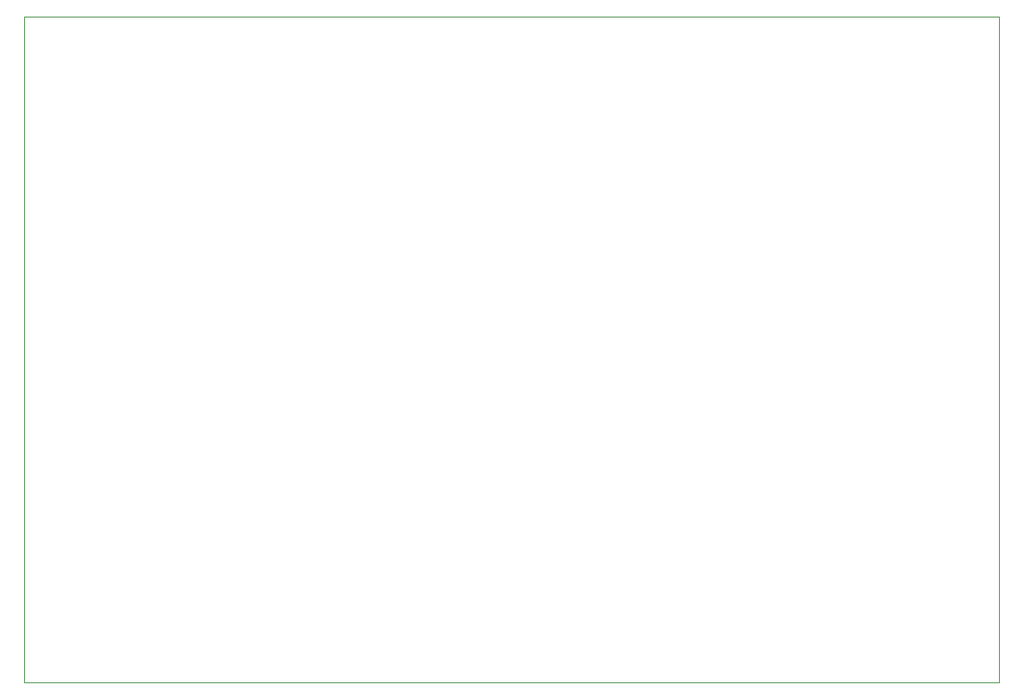
<source format=gbr>
G75*
G70*
%OFA0B0*%
%FSLAX25Y25*%
%IPPOS*%
%LPD*%
%AMOC8*
5,1,8,0,0,1.08239X$1,22.5*
%
%ADD10C,0.00100*%
D10*
X0010000Y0010000D02*
X0010000Y0276500D01*
X0400000Y0276500D01*
X0400000Y0010000D01*
X0010000Y0010000D01*
M02*

</source>
